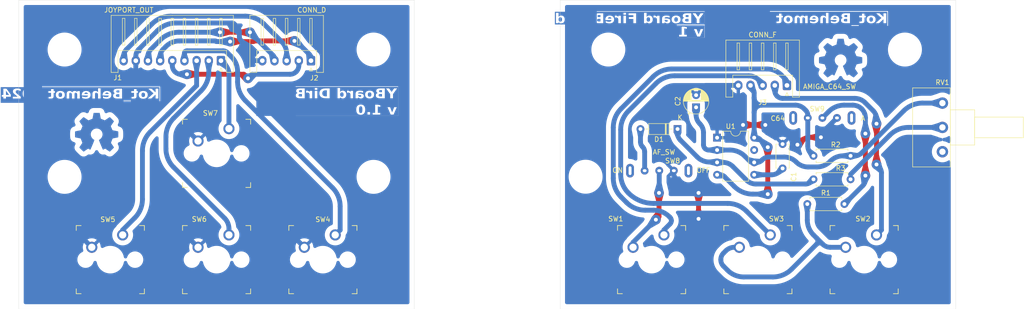
<source format=kicad_pcb>
(kicad_pcb (version 20240108) (generator "pcbnew") (generator_version "8.0")
  (title_block (title "YBoard") (date "2024-07-12") (rev "1.1") (company "Kot_Behemot"))
  (layers (0 "F.Cu" signal) (31 "B.Cu" signal) (34 "B.Paste" user) (35 "F.Paste" user) (36 "B.SilkS" user "B.Silkscreen") (37 "F.SilkS" user "F.Silkscreen") (38 "B.Mask" user) (39 "F.Mask" user) (44 "Edge.Cuts" user))
  (net 0 "")
  (net 1 "Net-(U1-CV)")
  (net 2 "GND_F")
  (net 3 "Net-(U1-THR)")
  (net 4 "Net-(D1-A)")
  (net 5 "/AUTOFIRE")
  (net 6 "/FIRE_D")
  (net 7 "VCC_D")
  (net 8 "/DOWN")
  (net 9 "GND_D")
  (net 10 "/RIGHT")
  (net 11 "/A_D")
  (net 12 "/LEFT")
  (net 13 "/UP")
  (net 14 "Net-(SW9-B)")
  (net 15 "Net-(R1-Pad1)")
  (net 16 "Net-(R3-Pad2)")
  (net 18 "Net-(SW8-B)")
  (net 20 "/B_D")
  (net 21 "VCC_F")
  (net 22 "/B_F")
  (net 23 "/A_F")
  (net 24 "/FIRE_F")
  (footprint "Yboard:SW_MX" (layer "F.Cu") (at 67.818 118.618)
    (property "Reference" "SW5")
    (property "Value" "LEFT_BTN")
  )
  (footprint "Connector_JST:JST_XH_S5B-XH-A_1x05_P2.50mm_Horizontal" (layer "F.Cu") (at 206.89 82.804 180)
    (property "Reference" "J3")
    (property "Value" "CONN_F")
  )
  (footprint "Yboard:SW_MX" (layer "F.Cu") (at 179.07 118.618)
    (property "Reference" "SW1")
    (property "Value" "FIRE_BTN")
  )
  (footprint "Yboard:MountingHole_5.3mm_M5_DIN965_drill_mark" (layer "F.Cu") (at 58.42 75.438)
    (property "Reference" "REF**" (hide yes))
    (property "Value" "MountingHole_M3" (hide yes))
  )
  (footprint "Yboard:MountingHole_5.3mm_M5_DIN965_drill_mark" (layer "F.Cu") (at 121.92 101.6)
    (property "Reference" "REF**" (hide yes))
    (property "Value" "MountingHole_M3" (hide yes))
  )
  (footprint "Yboard:SW_MX" (layer "F.Cu") (at 89.662 96.774)
    (property "Reference" "SW7")
    (property "Value" "UP_BTN")
  )
  (footprint "Connector_JST:JST_XH_S9B-XH-A_1x09_P2.50mm_Horizontal" (layer "F.Cu") (at 90.558 77.724 180)
    (property "Reference" "J1")
    (property "Value" "JOYPORT_OUT")
  )
  (footprint "Resistor_THT:R_Axial_DIN0207_L6.3mm_D2.5mm_P7.62mm_Horizontal" (layer "F.Cu") (at 211.074 107.188)
    (property "Reference" "R1")
    (property "Value" "100")
  )
  (footprint "Yboard:SW_MX" (layer "F.Cu") (at 222.758 118.618)
    (property "Reference" "SW2")
    (property "Value" "B_BTN")
  )
  (footprint "Yboard:MountingHole_5.3mm_M5_DIN965_drill_mark" (layer "F.Cu") (at 121.92 75.438)
    (property "Reference" "REF**" (hide yes))
    (property "Value" "MountingHole_M3" (hide yes))
  )
  (footprint "Yboard:SS12T44_SLIDER_SWITCH_SPDT" (layer "F.Cu") (at 180.642 100.33)
    (property "Reference" "SW8")
    (property "Value" "AF_SW")
  )
  (footprint "Potentiometer_THT:Potentiometer_Piher_T-16H_Single_Horizontal" (layer "F.Cu") (at 238.844 96.44)
    (property "Reference" "RV1")
    (property "Value" "100k_FREQ_POT")
  )
  (footprint "Yboard:SW_MX" (layer "F.Cu") (at 200.914 118.618)
    (property "Reference" "SW3")
    (property "Value" "A_BTN")
  )
  (footprint "Yboard:MountingHole_5.3mm_M5_DIN965_drill_mark" (layer "F.Cu") (at 231.14 75.438)
    (property "Reference" "REF**" (hide yes))
    (property "Value" "MountingHole_M3" (hide yes))
  )
  (footprint "Connector_JST:JST_XH_S5B-XH-A_1x05_P2.50mm_Horizontal" (layer "F.Cu") (at 109.06 77.724 180)
    (property "Reference" "J2")
    (property "Value" "CONN_D")
  )
  (footprint "Capacitor_THT:CP_Radial_D5.0mm_P2.50mm" (layer "F.Cu") (at 188.214 87.311113 90)
    (property "Reference" "C2")
    (property "Value" "1uF")
  )
  (footprint "Yboard:SS12T44_SLIDER_SWITCH_SPDT" (layer "F.Cu") (at 214.17 89.488)
    (property "Reference" "SW9")
    (property "Value" "AMIGA_C64_SW")
  )
  (footprint "Yboard:SW_MX" (layer "F.Cu") (at 89.662 118.618)
    (property "Reference" "SW6")
    (property "Value" "DOWN_BTN")
  )
  (footprint "Resistor_THT:R_Axial_DIN0207_L6.3mm_D2.5mm_P7.62mm_Horizontal" (layer "F.Cu") (at 219.964 97.282 180)
    (property "Reference" "R2")
    (property "Value" "360k")
  )
  (footprint "Yboard:MountingHole_5.3mm_M5_DIN965_drill_mark" (layer "F.Cu") (at 58.42 101.6)
    (property "Reference" "REF**" (hide yes))
    (property "Value" "MountingHole_M3" (hide yes))
  )
  (footprint "Diode_THT:D_DO-35_SOD27_P7.62mm_Horizontal" (layer "F.Cu") (at 184.404 91.774 180)
    (property "Reference" "D1")
    (property "Value" "1N4148")
  )
  (footprint "Yboard:MountingHole_5.3mm_M5_DIN965_drill_mark" (layer "F.Cu") (at 170.18 75.438)
    (property "Reference" "REF**" (hide yes))
    (property "Value" "MountingHole_M3" (hide yes))
  )
  (footprint "Capacitor_THT:C_Disc_D4.7mm_W2.5mm_P5.00mm" (layer "F.Cu") (at 205.994 99.862 90)
    (property "Reference" "C1")
    (property "Value" "100nF")
  )
  (footprint "Package_DIP:DIP-8_W7.62mm" (layer "F.Cu") (at 192.532 93.552)
    (property "Reference" "U1")
    (property "Value" "NE555P")
  )
  (footprint "Resistor_THT:R_Axial_DIN0207_L6.3mm_D2.5mm_P7.62mm_Horizontal" (layer "F.Cu") (at 212.344 102.108)
    (property "Reference" "R3")
    (property "Value" "4.7K")
  )
  (footprint "Yboard:MountingHole_5.3mm_M5_DIN965_drill_mark" (layer "F.Cu") (at 165.5064 101.5746)
    (property "Reference" "REF**" (hide yes))
    (property "Value" "MountingHole_M3" (hide yes))
  )
  (footprint "Yboard:SW_MX" (layer "F.Cu") (at 111.506 118.618)
    (property "Reference" "SW4")
    (property "Value" "RIGHT_BTN")
  )
  (footprint "Symbol:OSHW-Symbol_8.9x8mm_Copper" (layer "B.Cu") (at 217.932 77.216 180)
    (property "Reference" "REF**" (hide yes))
    (property "Value" "OSHW-Symbol_8.9x8mm_Copper" (hide yes))
  )
  (footprint "Symbol:OSHW-Symbol_8.9x8mm_Copper" (layer "B.Cu") (at 65.024 92.456 180)
    (property "Reference" "REF**" (hide yes))
    (property "Value" "OSHW-Symbol_8.9x8mm_Copper" (hide yes))
  )
  (gr_rect (start 160.274 65.278) (end 241.554 128.778) (stroke (width 0.05)) (fill none) (layer "Edge.Cuts"))
  (gr_rect (start 49.022 65.278) (end 130.302 128.778) (stroke (width 0.05)) (fill none) (layer "Edge.Cuts"))
  (gr_text "Kot_Behemot 2024" (at 77.978 85.852 0) (layer "B.Cu" knockout) (effects (font (size 2 2.2) (thickness 0.4) (bold yes)) (justify left bottom mirror)))
  (gr_text "YBoard FireBoard" (at 189.738 70.358 0) (layer "B.Cu" knockout) (effects (font (size 2 2.2) (thickness 0.4) (bold yes)) (justify left bottom mirror)))
  (gr_text "Kot_Behemot 2024" (at 227.584 70.358 0) (layer "B.Cu" knockout) (effects (font (size 2 2.2) (thickness 0.4) (bold yes)) (justify left bottom mirror)))
  (gr_text "YBoard DirBoard\nv 1.0" (at 126.746 89.154 0) (layer "B.Cu" knockout) (effects (font (size 2 2.2) (thickness 0.4) (bold yes)) (justify left bottom mirror)))
  (gr_text "v 1.0" (at 189.738 73.1012 0) (layer "B.Cu" knockout) (effects (font (size 2 2.2) (thickness 0.4) (bold yes)) (justify left bottom mirror)))
  (gr_text "OFF" (at 188.214 100.838 0) (layer "F.SilkS") (effects (font (size 1 1)) (justify left bottom)))
  (gr_text "ON" (at 170.942 100.838 0) (layer "F.SilkS") (effects (font (size 1 1)) (justify left bottom)))
  (gr_text "C64" (at 203.454 90.17 0) (layer "F.SilkS") (effects (font (size 1 1)) (justify left bottom)))
  (gr_text "A" (at 221.996 90.17 0) (layer "F.SilkS") (effects (font (size 1 1)) (justify left bottom)))
  (segment (start 203.75769 101.172) (end 200.152 101.172) (width 1) (layer "B.Cu") (net 1))
  (segment (start 205.339 100.517) (end 205.994 99.862) (width 1) (layer "B.Cu") (net 1))
  (arc (start 205.339 100.517) (mid 204.613488 101.001771) (end 203.75769 101.172) (width 1) (layer "B.Cu") (net 1))
  (segment (start 213.868 93.472) (end 211.64363 93.472) (width 1) (layer "F.Cu") (net 2))
  (segment (start 188.722 110.236) (end 188.722 104.902) (width 1) (layer "F.Cu") (net 2))
  (segment (start 202.438 90.932) (end 197.866 90.932) (width 1) (layer "F.Cu") (net 2))
  (segment (start 209.042 94.996) (end 209.804 94.234) (width 1) (layer "F.Cu") (net 2))
  (via (at 188.722 110.236) (size 2) (drill 0.8) (layers "F.Cu" "B.Cu") (net 2))
  (via (at 197.866 90.932) (size 2) (drill 0.8) (layers "F.Cu" "B.Cu") (net 2))
  (via (at 202.438 90.932) (size 2) (drill 0.8) (layers "F.Cu" "B.Cu") (net 2))
  (via (at 209.042 94.996) (size 2) (drill 0.8) (layers "F.Cu" "B.Cu") (net 2))
  (via (at 188.722 104.902) (size 2) (drill 0.8) (layers "F.Cu" "B.Cu") (net 2))
  (via (at 213.868 93.472) (size 2) (drill 0.8) (layers "F.Cu" "B.Cu") (net 2))
  (arc (start 211.64363 93.472) (mid 210.648029 93.670037) (end 209.804 94.234) (width 1) (layer "F.Cu") (net 2))
  (segment (start 183.642 100.33) (end 183.642 101.46137) (width 1) (layer "B.Cu") (net 2))
  (segment (start 187.08263 104.902) (end 188.722 104.902) (width 1) (layer "B.Cu") (net 2))
  (segment (start 215.138 91.734) (end 215.138 91.948) (width 1) (layer "B.Cu") (net 2))
  (segment (start 183.642 101.46137) (end 187.08263 104.902) (width 1) (layer "B.Cu") (net 2))
  (segment (start 190.221113 82.804) (end 196.89 82.804) (width 1) (layer "B.Cu") (net 2))
  (segment (start 205.994 94.488) (end 205.994 94.862) (width 1) (layer "B.Cu") (net 2))
  (segment (start 209.042 94.996) (end 208.908 94.862) (width 1) (layer "B.Cu") (net 2))
  (segment (start 215.28932 91.368679) (end 217.17 89.488) (width 1) (layer "B.Cu") (net 2))
  (arc (start 215.28932 91.368679) (mid 215.177326 91.536289) (end 215.138 91.734) (width 1) (layer "B.Cu") (net 2))
  (segment (start 198.235899 97.362) (end 199.277467 98.403568) (width 1) (layer "B.Cu") (net 3))
  (segment (start 200.47505 98.632) (end 199.828949 98.632) (width 1) (layer "B.Cu") (net 3))
  (segment (start 190.830548 96.092) (end 192.532 96.092) (width 1) (layer "B.Cu") (net 3))
  (segment (start 201.683369 98.232) (end 201.83137 98.084) (width 1) (layer "B.Cu") (net 3))
  (segment (start 222.243383 96.686616) (end 230.896207 88.033792) (width 1) (layer "B.Cu") (net 3))
  (segment (start 211.24084 99.568) (end 213.013553 99.568) (width 1) (layer "B.Cu") (net 3))
  (segment (start 200.717685 98.632) (end 200.47505 98.632) (width 1) (layer "B.Cu") (net 3))
  (segment (start 188.214 88.838369) (end 188.214 87.311113) (width 1) (layer "B.Cu") (net 3))
  (segment (start 206.335159 97.536) (end 203.154359 97.536) (width 1) (layer "B.Cu") (net 3))
  (segment (start 189.738 94.999451) (end 189.738 92.51763) (width 1) (layer "B.Cu") (net 3))
  (segment (start 220.806 97.282) (end 219.964 97.282) (width 1) (layer "B.Cu") (net 3))
  (segment (start 195.169847 96.092) (end 192.532 96.092) (width 1) (layer "B.Cu") (net 3))
  (segment (start 219.964 97.282) (end 218.44 97.282) (width 1) (layer "B.Cu") (net 3))
  (segment (start 234.743963 86.44) (end 238.844 86.44) (width 1) (layer "B.Cu") (net 3))
  (segment (start 215.838369 98.35963) (end 215.773 98.425) (width 1) (layer "B.Cu") (net 3))
  (arc (start 188.214 88.838369) (mid 188.412037 89.83397) (end 188.976 90.678) (width 1) (layer "B.Cu") (net 3))
  (arc (start 203.154359 97.536) (mid 202.438362 97.67842) (end 201.83137 98.084) (width 1) (layer "B.Cu") (net 3))
  (arc (start 199.277467 98.403568) (mid 199.530489 98.572632) (end 199.828949 98.632) (width 1) (layer "B.Cu") (net 3))
  (arc (start 208.788 98.552) (mid 209.913372 99.30395) (end 211.24084 99.568) (width 1) (layer "B.Cu") (net 3))
  (arc (start 208.788 98.552) (mid 207.662626 97.800049) (end 206.335159 97.536) (width 1) (layer "B.Cu") (net 3))
  (arc (start 222.243383 96.686616) (mid 221.583906 97.127264) (end 220.806 97.282) (width 1) (layer "B.Cu") (net 3))
  (arc (start 188.976 90.678) (mid 189.539962 91.522029) (end 189.738 92.51763) (width 1) (layer "B.Cu") (net 3))
  (arc (start 234.743963 86.44) (mid 232.661572 86.854213) (end 230.896207 88.033792) (width 1) (layer "B.Cu") (net 3))
  (arc (start 190.058 95.772) (mid 190.412448 96.008834) (end 190.830548 96.092) (width 1) (layer "B.Cu") (net 3))
  (arc (start 189.738 94.999451) (mid 189.821165 95.417551) (end 190.058 95.772) (width 1) (layer "B.Cu") (net 3))
  (arc (start 198.235899 97.362) (mid 196.829182 96.422062) (end 195.169847 96.092) (width 1) (layer "B.Cu") (net 3))
  (arc (start 218.44 97.282) (mid 217.032007 97.562066) (end 215.838369 98.35963) (width 1) (layer "B.Cu") (net 3))
  (arc (start 215.773 98.425) (mid 214.506955 99.270943) (end 213.013553 99.568) (width 1) (layer "B.Cu") (net 3))
  (arc (start 201.683369 98.232) (mid 201.240309 98.528043) (end 200.717685 98.632) (width 1) (layer "B.Cu") (net 3))
  (segment (start 177.642 96.460697) (end 177.642 100.33) (width 1) (layer "B.Cu") (net 4))
  (segment (start 176.784 94.389302) (end 176.784 91.774) (width 1) (layer "B.Cu") (net 4))
  (arc (start 177.213 95.425) (mid 177.530506 95.900181) (end 177.642 96.460697) (width 1) (layer "B.Cu") (net 4))
  (arc (start 176.784 94.389302) (mid 176.895493 94.949817) (end 177.213 95.425) (width 1) (layer "B.Cu") (net 4))
  (segment (start 192.588568 98.632) (end 193.728497 98.632) (width 1) (layer "B.Cu") (net 5))
  (segment (start 198.552342 102.259348) (end 195.771045 99.478051) (width 1) (layer "B.Cu") (net 5))
  (segment (start 192.395431 98.552) (end 190.968 98.552) (width 1) (layer "B.Cu") (net 5))
  (segment (start 188.434653 97.502653) (end 185.004333 94.072333) (width 1) (layer "B.Cu") (net 5))
  (segment (start 184.404 92.623) (end 184.404 91.774) (width 1) (layer "B.Cu") (net 5))
  (segment (start 200.514258 103.072) (end 210.698349 103.072) (width 1) (layer "B.Cu") (net 5))
  (segment (start 211.862 102.59) (end 212.344 102.108) (width 1) (layer "B.Cu") (net 5))
  (arc (start 198.552342 102.259348) (mid 199.452477 102.860799) (end 200.514258 103.072) (width 1) (layer "B.Cu") (net 5))
  (arc (start 192.492 98.592) (mid 192.536305 98.621604) (end 192.588568 98.632) (width 1) (layer "B.Cu") (net 5))
  (arc (start 211.862 102.59) (mid 211.328112 102.946732) (end 210.698349 103.072) (width 1) (layer "B.Cu") (net 5))
  (arc (start 195.771045 99.478051) (mid 194.833916 98.851881) (end 193.728497 98.632) (width 1) (layer "B.Cu") (net 5))
  (arc (start 188.434653 97.502653) (mid 189.596962 98.279283) (end 190.968 98.552) (width 1) (layer "B.Cu") (net 5))
  (arc (start 184.404 92.623) (mid 184.560021 93.407373) (end 185.004333 94.072333) (width 1) (layer "B.Cu") (net 5))
  (arc (start 192.492 98.592) (mid 192.447693 98.562395) (end 192.395431 98.552) (width 1) (layer "B.Cu") (net 5))
  (segment (start 97.199395 73.794503) (end 92.443497 73.794503) (width 1) (layer "F.Cu") (net 6))
  (segment (start 97.524113 73.66) (end 105.664 73.66) (width 1) (layer "F.Cu") (net 6))
  (via (at 105.664 73.66) (size 2) (drill 0.8) (layers "F.Cu" "B.Cu") (net 6))
  (via (at 92.443497 73.794503) (size 2) (drill 0.8) (layers "F.Cu" "B.Cu") (net 6))
  (arc (start 97.361754 73.727251) (mid 97.287263 73.777024) (end 97.199395 73.794503) (width 1) (layer "F.Cu") (net 6))
  (arc (start 97.524113 73.66) (mid 97.436245 73.677477) (end 97.361754 73.727251) (width 1) (layer "F.Cu") (net 6))
  (segment (start 89.673101 73.794503) (end 92.443497 73.794503) (width 1) (layer "B.Cu") (net 6))
  (segment (start 78.058 76.8615) (end 78.058 77.724) (width 1) (layer "B.Cu") (net 6))
  (segment (start 105.8175 73.66) (end 105.664 73.66) (width 1) (layer "B.Cu") (net 6))
  (segment (start 82.050922 73.66) (end 89.348383 73.66) (width 1) (layer "B.Cu") (net 6))
  (segment (start 78.667879 75.38912) (end 79.2275 74.8295) (width 1) (layer "B.Cu") (net 6))
  (segment (start 106.07954 73.76854) (end 108.715285 76.404285) (width 1) (layer "B.Cu") (net 6))
  (segment (start 109.06 77.2365) (end 109.06 77.724) (width 1) (layer "B.Cu") (net 6))
  (arc (start 78.667879 75.38912) (mid 78.216502 76.064653) (end 78.058 76.8615) (width 1) (layer "B.Cu") (net 6))
  (arc (start 89.510742 73.727251) (mid 89.436251 73.677477) (end 89.348383 73.66) (width 1) (layer "B.Cu") (net 6))
  (arc (start 106.07954 73.76854) (mid 105.959315 73.688208) (end 105.8175 73.66) (width 1) (layer "B.Cu") (net 6))
  (arc (start 82.050922 73.66) (mid 80.522897 73.963943) (end 79.2275 74.8295) (width 1) (layer "B.Cu") (net 6))
  (arc (start 108.715285 76.404285) (mid 108.970411 76.786108) (end 109.06 77.2365) (width 1) (layer "B.Cu") (net 6))
  (arc (start 89.510742 73.727251) (mid 89.585233 73.777024) (end 89.673101 73.794503) (width 1) (layer "B.Cu") (net 6))
  (segment (start 90.351497 71.881) (end 90.350497 71.88) (width 1) (layer "F.Cu") (net 7))
  (segment (start 90.353911 71.882) (end 96.52 71.882) (width 1) (layer "F.Cu") (net 7))
  (via (at 90.350497 71.88) (size 2) (drill 0.8) (layers "F.Cu" "B.Cu") (net 7))
  (via (at 96.52 71.882) (size 2) (drill 0.8) (layers "F.Cu" "B.Cu") (net 7))
  (arc (start 90.351497 71.881) (mid 90.352604 71.88174) (end 90.353911 71.882) (width 1) (layer "F.Cu") (net 7))
  (segment (start 101.56 77.323) (end 101.56 77.724) (width 1) (layer "B.Cu") (net 7))
  (segment (start 101.27645 76.63845) (end 96.52 71.882) (width 1) (layer "B.Cu") (net 7))
  (segment (start 81.928963 71.882) (end 90.347082 71.882) (width 1) (layer "B.Cu") (net 7))
  (segment (start 78.081206 73.475792) (end 76.167879 75.38912) (width 1) (layer "B.Cu") (net 7))
  (segment (start 75.558 76.8615) (end 75.558 77.724) (width 1) (layer "B.Cu") (net 7))
  (segment (start 90.349497 71.881) (end 90.350497 71.88) (width 1) (layer "B.Cu") (net 7))
  (arc (start 101.27645 76.63845) (mid 101.486307 76.952524) (end 101.56 77.323) (width 1) (layer "B.Cu") (net 7))
  (arc (start 81.928963 71.882) (mid 79.846572 72.296213) (end 78.081206 73.475792) (width 1) (layer "B.Cu") (net 7))
  (arc (start 90.349497 71.881) (mid 90.348389 71.88174) (end 90.347082 71.882) (width 1) (layer "B.Cu") (net 7))
  (arc (start 76.167879 75.38912) (mid 75.716502 76.064653) (end 75.558 76.8615) (width 1) (layer "B.Cu") (net 7))
  (segment (start 92.202 112.268) (end 92.202 113.538) (width 1) (layer "B.Cu") (net 8))
  (segment (start 88.058 80.069934) (end 88.058 77.724) (width 1) (layer "B.Cu") (net 8))
  (segment (start 79.248 95.790036) (end 79.248 93.387861) (width 1) (layer "B.Cu") (net 8))
  (segment (start 86.464207 83.91769) (end 80.841792 89.540105) (width 1) (layer "B.Cu") (net 8))
  (segment (start 91.303974 110.099974) (end 80.841792 99.637792) (width 1) (layer "B.Cu") (net 8))
  (arc (start 88.058 80.069934) (mid 87.643786 82.152324) (end 86.464207 83.91769) (width 1) (layer "B.Cu") (net 8))
  (arc (start 79.248 95.790036) (mid 79.662213 97.872426) (end 80.841792 99.637792) (width 1) (layer "B.Cu") (net 8))
  (arc (start 91.303974 110.099974) (mid 91.96861 111.094672) (end 92.202 112.268) (width 1) (layer "B.Cu") (net 8))
  (arc (start 80.841792 89.540105) (mid 79.662213 91.30547) (end 79.248 93.387861) (width 1) (layer "B.Cu") (net 8))
  (segment (start 94.343497 72.800107) (end 94.343497 71.845738) (width 1) (layer "B.Cu") (net 9))
  (segment (start 107.696 116.078) (end 105.918 114.3) (width 1) (layer "B.Cu") (net 9))
  (segment (start 85.852 94.234) (end 83.82 92.202) (width 1) (layer "B.Cu") (net 9))
  (segment (start 85.852 116.078) (end 83.82 114.046) (width 1) (layer "B.Cu") (net 9))
  (segment (start 92.826713 69.98) (end 81.330963 69.98) (width 1) (layer "B.Cu") (net 9))
  (segment (start 94.669748 73.587748) (end 95.322251 74.240251) (width 1) (layer "B.Cu") (net 9))
  (segment (start 95.758 74.803) (end 95.758 74.93) (width 1) (layer "B.Cu") (net 9))
  (segment (start 73.058 78.5865) (end 73.058 80.17) (width 1) (layer "B.Cu") (net 9))
  (segment (start 99.06 77.724) (end 96.774 77.724) (width 1) (layer "B.Cu") (net 9))
  (segment (start 73.058 76.8615) (end 73.058 78.5865) (width 1) (layer "B.Cu") (net 9))
  (segment (start 64.008 116.078) (end 61.976 114.046) (width 1) (layer "B.Cu") (net 9))
  (segment (start 93.283 70.169) (end 93.661 70.547) (width 1) (layer "B.Cu") (net 9))
  (segment (start 93.661 70.547) (end 93.907748 70.793748) (width 1) (layer "B.Cu") (net 9))
  (segment (start 95.322251 74.240251) (end 95.668197 74.586197) (width 1) (layer "B.Cu") (net 9))
  (segment (start 73.667879 75.38912) (end 77.483207 71.573792) (width 1) (layer "B.Cu") (net 9))
  (arc (start 93.283 70.169) (mid 93.073653 70.029119) (end 92.826713 69.98) (width 1) (layer "B.Cu") (net 9))
  (arc (start 95.668197 74.586197) (mid 95.73466 74.685667) (end 95.758 74.803) (width 1) (layer "B.Cu") (net 9))
  (arc (start 94.343497 72.800107) (mid 94.428286 73.226375) (end 94.669748 73.587748) (width 1) (layer "B.Cu") (net 9))
  (arc (start 81.330963 69.98) (mid 79.248572 70.394213) (end 77.483207 71.573792) (width 1) (layer "B.Cu") (net 9))
  (arc (start 73.667879 75.38912) (mid 73.216502 76.064653) (end 73.058 76.8615) (width 1) (layer "B.Cu") (net 9))
  (arc (start 93.907748 70.793748) (mid 94.230249 71.276405) (end 94.343497 71.845738) (width 1) (layer "B.Cu") (net 9))
  (segment (start 91.834777 76.042503) (end 92.732137 76.939863) (width 1) (layer "B.Cu") (net 10))
  (segment (start 115.062 112.522) (end 114.046 113.538) (width 1) (layer "B.Cu") (net 10))
  (segment (start 83.058 77.724) (end 83.058 76.216081) (width 1) (layer "B.Cu") (net 10))
  (segment (start 93.98 79.95247) (end 93.98 82.074036) (width 1) (layer "B.Cu") (net 10))
  (segment (start 95.573792 85.921792) (end 113.468207 103.816207) (width 1) (layer "B.Cu") (net 10))
  (segment (start 83.582081 75.692) (end 90.988587 75.692) (width 1) (layer "B.Cu") (net 10))
  (segment (start 115.062 107.663963) (end 115.062 112.522) (width 1) (layer "B.Cu") (net 10))
  (arc (start 92.732137 76.939863) (mid 93.65569 78.322058) (end 93.98 79.95247) (width 1) (layer "B.Cu") (net 10))
  (arc (start 83.058 76.216081) (mid 83.097893 76.015524) (end 83.2115 75.8455) (width 1) (layer "B.Cu") (net 10))
  (arc (start 90.988587 75.692) (mid 91.446542 75.783093) (end 91.834777 76.042503) (width 1) (layer "B.Cu") (net 10))
  (arc (start 83.2115 75.8455) (mid 83.381524 75.731893) (end 83.582081 75.692) (width 1) (layer "B.Cu") (net 10))
  (arc (start 93.98 82.074036) (mid 94.394213 84.156426) (end 95.573792 85.921792) (width 1) (layer "B.Cu") (net 10))
  (arc (start 113.468207 103.816207) (mid 114.647786 105.581572) (end 115.062 107.663963) (width 1) (layer "B.Cu") (net 10))
  (segment (start 70.558 76.8615) (end 70.558 77.724) (width 1) (layer "B.Cu") (net 11))
  (segment (start 76.383207 70.173792) (end 71.167879 75.38912) (width 1) (layer "B.Cu") (net 11))
  (segment (start 104.06 76.287) (end 104.06 77.724) (width 1) (layer "B.Cu") (net 11))
  (segment (start 103.043887 73.833887) (end 99.383792 70.173792) (width 1) (layer "B.Cu") (net 11))
  (segment (start 80.230963 68.58) (end 95.536036 68.58) (width 1) (layer "B.Cu") (net 11))
  (arc (start 80.230963 68.58) (mid 78.148572 68.994213) (end 76.383207 70.173792) (width 1) (layer "B.Cu") (net 11))
  (arc (start 71.167879 75.38912) (mid 70.716502 76.064653) (end 70.558 76.8615) (width 1) (layer "B.Cu") (net 11))
  (arc (start 103.043887 73.833887) (mid 103.79592 74.959384) (end 104.06 76.287) (width 1) (layer "B.Cu") (net 11))
  (arc (start 99.383792 70.173792) (mid 97.618426 68.994213) (end 95.536036 68.58) (width 1) (layer "B.Cu") (net 11))
  (segment (start 74.422 96.233963) (end 74.422 106.204036) (width 1) (layer "B.Cu") (net 12))
  (segment (start 85.558 77.724) (end 85.558 82.840208) (width 1) (layer "B.Cu") (net 12))
  (segment (start 79.633316 88.768683) (end 76.015792 92.386207) (width 1) (layer "B.Cu") (net 12))
  (segment (start 72.828207 110.051792) (end 70.358 112.521999) (width 1) (layer "B.Cu") (net 12))
  (segment (start 79.655508 88.7427) (end 79.633316 88.768683) (width 1) (layer "B.Cu") (net 12))
  (segment (start 70.358 112.521999) (end 70.358 113.538) (width 1) (layer "B.Cu") (net 12))
  (segment (start 85.558 82.840208) (end 79.655508 88.7427) (width 1) (layer "B.Cu") (net 12))
  (arc (start 74.422 106.204036) (mid 74.007786 108.286426) (end 72.828207 110.051792) (width 1) (layer "B.Cu") (net 12))
  (arc (start 76.015792 92.386207) (mid 74.836213 94.151572) (end 74.422 96.233963) (width 1) (layer "B.Cu") (net 12))
  (segment (start 90.558 77.724) (end 91.38 78.546) (width 1) (layer "B.Cu") (net 13))
  (segment (start 92.202 80.530483) (end 92.202 91.694) (width 1) (layer "B.Cu") (net 13))
  (arc (start 91.38 78.546) (mid 91.988369 79.456488) (end 92.202 80.530483) (width 1) (layer "B.Cu") (net 13))
  (segment (start 223.012 92.71) (end 223.012 101.346) (width 1) (layer "F.Cu") (net 14))
  (via (at 223.012 101.346) (size 2) (drill 0.8) (layers "F.Cu" "B.Cu") (net 14))
  (via (at 223.012 92.71) (size 2) (drill 0.8) (layers "F.Cu" "B.Cu") (net 14))
  (segment (start 223.012 101.346) (end 223.012 102.108) (width 1) (layer "B.Cu") (net 14))
  (segment (start 215.48 88.178) (end 214.17 89.488) (width 1) (layer "B.Cu") (net 14))
  (segment (start 223.012 89.46963) (end 223.012 92.71) (width 1) (layer "B.Cu") (net 14))
  (segment (start 218.642619 86.868) (end 220.410442 86.868) (width 1) (layer "B.Cu") (net 14))
  (segment (start 222.473184 103.408815) (end 218.694 107.188) (width 1) (layer "B.Cu") (net 14))
  (arc (start 222.25 87.63) (mid 222.813962 88.474029) (end 223.012 89.46963) (width 1) (layer "B.Cu") (net 14))
  (arc (start 222.25 87.63) (mid 221.406009 87.066037) (end 220.410442 86.868) (width 1) (layer "B.Cu") (net 14))
  (arc (start 218.642619 86.868) (mid 216.931022 87.208457) (end 215.48 88.178) (width 1) (layer "B.Cu") (net 14))
  (arc (start 223.012 102.108) (mid 222.871966 102.811996) (end 222.473184 103.408815) (width 1) (layer "B.Cu") (net 14))
  (segment (start 193.848848 117.278475) (end 194.322887 116.804437) (width 1) (layer "B.Cu") (net 15))
  (segment (start 215.782025 116.078) (end 218.948 116.078) (width 1) (layer "B.Cu") (net 15))
  (segment (start 198.024947 122.174) (end 203.994036 122.174) (width 1) (layer "B.Cu") (net 15))
  (segment (start 212.979 114.173) (end 212.344 113.538) (width 1) (layer "B.Cu") (net 15))
  (segment (start 212.978999 115.442999) (end 207.841792 120.580207) (width 1) (layer "B.Cu") (net 15))
  (segment (start 196.076662 116.078) (end 197.104 116.078) (width 1) (layer "B.Cu") (net 15))
  (segment (start 194.679662 120.788337) (end 193.848849 119.957524) (width 1) (layer "B.Cu") (net 15))
  (segment (start 212.979 114.173) (end 214.249 115.443) (width 1) (layer "B.Cu") (net 15))
  (segment (start 211.074 110.471948) (end 211.074 107.188) (width 1) (layer "B.Cu") (net 15))
  (arc (start 207.841792 120.580207) (mid 206.076426 121.759786) (end 203.994036 122.174) (width 1) (layer "B.Cu") (net 15))
  (arc (start 193.848848 117.278475) (mid 193.4382 117.893054) (end 193.294 118.618) (width 1) (layer "B.Cu") (net 15))
  (arc (start 196.076662 116.078) (mid 195.127526 116.266794) (end 194.322887 116.804437) (width 1) (layer "B.Cu") (net 15))
  (arc (start 211.074 110.471948) (mid 211.404062 112.131283) (end 212.344 113.538) (width 1) (layer "B.Cu") (net 15))
  (arc (start 193.294 118.618) (mid 193.4382 119.342945) (end 193.848849 119.957524) (width 1) (layer "B.Cu") (net 15))
  (arc (start 194.679662 120.788337) (mid 196.214492 121.813877) (end 198.024947 122.174) (width 1) (layer "B.Cu") (net 15))
  (arc (start 214.249 115.443) (mid 213.613999 115.179974) (end 212.978999 115.442999) (width 1) (layer "B.Cu") (net 15))
  (arc (start 212.978999 115.442999) (mid 213.242025 114.807999) (end 212.979 114.173) (width 1) (layer "B.Cu") (net 15))
  (arc (start 214.249 115.443) (mid 214.952357 115.912968) (end 215.782025 116.078) (width 1) (layer "B.Cu") (net 15))
  (segment (start 231.869963 91.44) (end 238.844 91.44) (width 1) (layer "B.Cu") (net 16))
  (segment (start 228.022207 93.033792) (end 219.964 101.092) (width 1) (layer "B.Cu") (net 16))
  (arc (start 231.869963 91.44) (mid 229.787572 91.854213) (end 228.022207 93.033792) (width 1) (layer "B.Cu") (net 16))
  (segment (start 179.948474 110.403892) (end 180.594 109.758366) (width 1) (layer "F.Cu") (net 18))
  (segment (start 180.594 109.758366) (end 180.594 104.902) (width 1) (layer "F.Cu") (net 18))
  (via (at 179.948474 110.403892) (size 2) (drill 0.8) (layers "F.Cu" "B.Cu") (net 18))
  (via (at 180.594 104.902) (size 2) (drill 0.8) (layers "F.Cu" "B.Cu") (net 18))
  (segment (start 180.642 104.820058) (end 180.642 100.33) (width 1) (layer "B.Cu") (net 18))
  (segment (start 179.948474 110.403892) (end 179.918108 110.403892) (width 1) (layer "B.Cu") (net 18))
  (segment (start 180.594 104.902) (end 180.618 104.878) (width 1) (layer "B.Cu") (net 18))
  (segment (start 175.26 115.062) (end 175.26 116.078) (width 1) (layer "B.Cu") (net 18))
  (segment (start 179.918108 110.403892) (end 175.26 115.062) (width 1) (layer "B.Cu") (net 18))
  (arc (start 180.642 104.820058) (mid 180.635762 104.851416) (end 180.618 104.878) (width 1) (layer "B.Cu") (net 18))
  (segment (start 83.566 80.518) (end 95.2754 80.518) (width 1) (layer "F.Cu") (net 20))
  (segment (start 95.2754 80.518) (end 96.1136 81.3562) (width 1) (layer "F.Cu") (net 20))
  (via (at 83.566 80.518) (size 2) (drill 0.8) (layers "F.Cu" "B.Cu") (net 20))
  (via (at 96.1136 81.3562) (size 2) (drill 0.8) (layers "F.Cu" "B.Cu") (net 20))
  (segment (start 96.1136 81.3562) (end 96.9518 80.518) (width 1) (layer "B.Cu") (net 20))
  (segment (start 96.9518 80.518) (end 104.735102 80.518) (width 1) (layer "B.Cu") (net 20))
  (segment (start 82.382897 80.518) (end 83.566 80.518) (width 1) (layer "B.Cu") (net 20))
  (segment (start 80.558 78.693102) (end 80.558 77.724) (width 1) (layer "B.Cu") (net 20))
  (segment (start 106.56 78.693102) (end 106.56 77.724) (width 1) (layer "B.Cu") (net 20))
  (arc (start 81.0925 79.9835) (mid 81.684539 80.379087) (end 82.382897 80.518) (width 1) (layer "B.Cu") (net 20))
  (arc (start 106.0255 79.9835) (mid 106.421087 79.39146) (end 106.56 78.693102) (width 1) (layer "B.Cu") (net 20))
  (arc (start 80.558 78.693102) (mid 80.696912 79.39146) (end 81.0925 79.9835) (width 1) (layer "B.Cu") (net 20))
  (arc (start 104.735102 80.518) (mid 105.43346 80.379087) (end 106.0255 79.9835) (width 1) (layer "B.Cu") (net 20))
  (segment (start 202.946 95.504) (end 202.946 105.156) (width 1) (layer "F.Cu") (net 21))
  (via (at 202.946 95.504) (size 2) (drill 0.8) (layers "F.Cu" "B.Cu") (net 21))
  (via (at 202.946 105.156) (size 2) (drill 0.8) (layers "F.Cu" "B.Cu") (net 21))
  (segment (start 199.771 83.439) (end 199.479802 83.147802) (width 1) (layer "B.Cu") (net 21))
  (segment (start 196.053577 103.562207) (end 194.063369 101.571999) (width 1) (layer "B.Cu") (net 21))
  (segment (start 210.77 87.95663) (end 210.425685 87.612315) (width 1) (layer "B.Cu") (net 21))
  (segment (start 211.757 96.695) (end 212.344 97.282) (width 1) (layer "B.Cu") (net 21))
  (segment (start 193.097685 101.172) (end 192.532 101.172) (width 1) (layer "B.Cu") (net 21))
  (segment (start 201.676 86.868) (end 208.628749 86.868) (width 1) (layer "B.Cu") (net 21))
  (segment (start 200.152 84.358815) (end 200.152 85.344) (width 1) (layer "B.Cu") (net 21))
  (segment (start 201.291691 93.849691) (end 202.946 95.504) (width 1) (layer "B.Cu") (net 21))
  (segment (start 211.17 89.488) (end 211.17 95.277856) (width 1) (layer "B.Cu") (net 21))
  (segment (start 199.901333 105.156) (end 202.946 105.156) (width 1) (layer "B.Cu") (net 21))
  (segment (start 200.152 88.392) (end 200.152 85.344) (width 1) (layer "B.Cu") (net 21))
  (segment (start 211.17 88.922315) (end 211.17 89.488) (width 1) (layer "B.Cu") (net 21))
  (segment (start 199.39 82.931) (end 199.39 82.804) (width 1) (layer "B.Cu") (net 21))
  (segment (start 200.152 93.131) (end 200.152 88.392) (width 1) (layer "B.Cu") (net 21))
  (arc (start 194.063369 101.571999) (mid 193.620309 101.275956) (end 193.097685 101.172) (width 1) (layer "B.Cu") (net 21))
  (arc (start 199.39 82.931) (mid 199.413338 83.048332) (end 199.479802 83.147802) (width 1) (layer "B.Cu") (net 21))
  (arc (start 196.053577 103.562207) (mid 197.818942 104.741786) (end 199.901333 105.156) (width 1) (layer "B.Cu") (net 21))
  (arc (start 211.17 95.277856) (mid 211.322556 96.044808) (end 211.757 96.695) (width 1) (layer "B.Cu") (net 21))
  (arc (start 200.152 93.131) (mid 200.275308 93.428691) (end 200.573 93.552) (width 1) (layer "B.Cu") (net 21))
  (arc (start 201.676 86.868) (mid 200.598369 87.314369) (end 200.152 88.392) (width 1) (layer "B.Cu") (net 21))
  (arc (start 199.771 83.439) (mid 200.052981 83.861014) (end 200.152 84.358815) (width 1) (layer "B.Cu") (net 21))
  (arc (start 210.77 87.95663) (mid 211.066043 88.39969) (end 211.17 88.922315) (width 1) (layer "B.Cu") (net 21))
  (arc (start 210.425685 87.612315) (mid 209.601243 87.061441) (end 208.628749 86.868) (width 1) (layer "B.Cu") (net 21))
  (arc (start 200.152 85.344) (mid 200.598369 86.42163) (end 201.676 86.868) (width 1) (layer "B.Cu") (net 21))
  (arc (start 201.291691 93.849691) (mid 200.961953 93.629367) (end 200.573 93.552) (width 1) (layer "B.Cu") (net 21))
  (segment (start 225.298 99.06) (end 225.298 90.678) (width 1) (layer "F.Cu") (net 22))
  (via (at 225.298 99.06) (size 2) (drill 0.8) (layers "F.Cu" "B.Cu") (net 22))
  (via (at 225.298 90.678) (size 2) (drill 0.8) (layers "F.Cu" "B.Cu") (net 22))
  (segment (start 226.314 100.79442) (end 226.314 112.522) (width 1) (layer "B.Cu") (net 22))
  (segment (start 220.806393 85.468) (end 205.992973 85.468) (width 1) (layer "B.Cu") (net 22))
  (segment (start 226.314 112.522) (end 225.298 113.538) (width 1) (layer "B.Cu") (net 22))
  (segment (start 204.39 83.865026) (end 204.39 82.804) (width 1) (layer "B.Cu") (net 22))
  (segment (start 225.298 90.678) (end 225.298 89.68805) (width 1) (layer "B.Cu") (net 22))
  (segment (start 225.298 99.06) (end 225.806 99.568) (width 1) (layer "B.Cu") (net 22))
  (segment (start 222.959918 86.360019) (end 224.597999 87.9981) (width 1) (layer "B.Cu") (net 22))
  (arc (start 204.39 83.865026) (mid 204.512019 84.478457) (end 204.8595 84.9985) (width 1) (layer "B.Cu") (net 22))
  (arc (start 222.959918 86.360019) (mid 221.971872 85.699828) (end 220.806393 85.468) (width 1) (layer "B.Cu") (net 22))
  (arc (start 224.597999 87.9981) (mid 225.116075 88.773456) (end 225.298 89.68805) (width 1) (layer "B.Cu") (net 22))
  (arc (start 225.806 99.568) (mid 226.181975 100.130686) (end 226.314 100.79442) (width 1) (layer "B.Cu") (net 22))
  (arc (start 204.8595 84.9985) (mid 205.379541 85.34598) (end 205.992973 85.468) (width 1) (layer "B.Cu") (net 22))
  (segment (start 198.567792 108.651792) (end 203.454 113.538) (width 1) (layer "B.Cu") (net 23))
  (segment (start 201.786055 82.406055) (end 201.0495 81.6695) (width 1) (layer "B.Cu") (net 23))
  (segment (start 179.46234 107.058) (end 194.720036 107.058) (width 1) (layer "B.Cu") (net 23))
  (segment (start 179.959207 82.422792) (end 174.313792 88.068207) (width 1) (layer "B.Cu") (net 23))
  (segment (start 172.72 91.915963) (end 172.72 101.07762) (width 1) (layer "B.Cu") (net 23))
  (segment (start 199.020353 80.829) (end 183.806963 80.829) (width 1) (layer "B.Cu") (net 23))
  (segment (start 201.89 82.804) (end 201.89 82.657) (width 1) (layer "B.Cu") (net 23))
  (arc (start 201.89 82.657) (mid 201.862985 82.521189) (end 201.786055 82.406055) (width 1) (layer "B.Cu") (net 23))
  (arc (start 183.806963 80.829) (mid 181.724572 81.243213) (end 179.959207 82.422792) (width 1) (layer "B.Cu") (net 23))
  (arc (start 174.313792 88.068207) (mid 173.134213 89.833572) (end 172.72 91.915963) (width 1) (layer "B.Cu") (net 23))
  (arc (start 201.0495 81.6695) (mid 200.118519 81.047438) (end 199.020353 80.829) (width 1) (layer "B.Cu") (net 23))
  (arc (start 194.720036 107.058) (mid 196.802426 107.472213) (end 198.567792 108.651792) (width 1) (layer "B.Cu") (net 23))
  (arc (start 174.313792 104.925376) (mid 176.675989 106.50376) (end 179.46234 107.058) (width 1) (layer "B.Cu") (net 23))
  (arc (start 172.72 101.07762) (mid 173.134213 103.16001) (end 174.313792 104.925376) (width 1) (layer "B.Cu") (net 23))
  (segment (start 182.855751 111.276248) (end 181.61 112.521999) (width 1) (layer "B.Cu") (net 24))
  (segment (start 202.792943 79.429) (end 183.227064 79.429) (width 1) (layer "B.Cu") (net 24))
  (segment (start 206.89 82.804) (end 206.89 82.3165) (width 1) (layer "B.Cu") (net 24))
  (segment (start 179.379308 81.022792) (end 172.789792 87.612308) (width 1) (layer "B.Cu") (net 24))
  (segment (start 172.789792 105.733792) (end 173.920207 106.864207) (width 1) (layer "B.Cu") (net 24))
  (segment (start 177.767963 108.458) (end 179.460023 108.458) (width 1) (layer "B.Cu") (net 24))
  (segment (start 181.61 112.521999) (end 181.61 113.538) (width 1) (layer "B.Cu") (net 24))
  (segment (start 182.739347 109.816341) (end 182.855751 109.932745) (width 1) (layer "B.Cu") (net 24))
  (segment (start 206.545285 81.484285) (end 205.69 80.629) (width 1) (layer "B.Cu") (net 24))
  (segment (start 171.196 91.460064) (end 171.196 101.886036) (width 1) (layer "B.Cu") (net 24))
  (arc (start 183.134 110.604497) (mid 183.061685 110.968046) (end 182.855751 111.276248) (width 1) (layer "B.Cu") (net 24))
  (arc (start 182.855751 109.932745) (mid 183.061685 110.240947) (end 183.134 110.604497) (width 1) (layer "B.Cu") (net 24))
  (arc (start 183.227064 79.429) (mid 181.144673 79.843213) (end 179.379308 81.022792) (width 1) (layer "B.Cu") (net 24))
  (arc (start 171.196 101.886036) (mid 171.610213 103.968426) (end 172.789792 105.733792) (width 1) (layer "B.Cu") (net 24))
  (arc (start 205.69 80.629) (mid 204.360819 79.740869) (end 202.792943 79.429) (width 1) (layer "B.Cu") (net 24))
  (arc (start 179.460023 108.458) (mid 181.23478 108.811022) (end 182.739347 109.816341) (width 1) (layer "B.Cu") (net 24))
  (arc (start 206.89 82.3165) (mid 206.800411 81.866108) (end 206.545285 81.484285) (width 1) (layer "B.Cu") (net 24))
  (arc (start 173.920207 106.864207) (mid 175.685572 108.043786) (end 177.767963 108.458) (width 1) (layer "B.Cu") (net 24))
  (arc (start 172.789792 87.612308) (mid 171.610213 89.377673) (end 171.196 91.460064) (width 1) (layer "B.Cu") (net 24))
  (zone (net 2) (net_name "GND_F") (layer "B.Cu") (priority 1) (connect_pads (clearance 1)) (min_thickness 0.7) (fill yes (thermal_gap 0.7) (thermal_bridge_width 0.7) (smoothing fillet) (radius 2))
    (polygon (pts (xy 160.274 65.278) (xy 241.554 65.278) (xy 241.554 128.778) (xy 160.274 128.778)))
  )
  (zone (net 9) (net_name "GND_D") (layer "B.Cu") (connect_pads (clearance 1)) (min_thickness 0.7) (fill yes (thermal_gap 0.7) (thermal_bridge_width 0.7) (smoothing fillet) (radius 2))
    (polygon (pts (xy 49.022 65.278) (xy 130.302 65.278) (xy 130.302 128.778) (xy 49.022 128.778)))
  )
)
</source>
